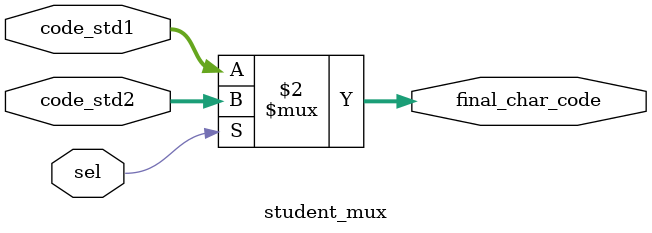
<source format=v>
module student_mux (
    input wire [3:0] code_std1,      // Input A (4-bit)
    input wire [3:0] code_std2,      // Input B (4-bit)
    input wire sel,                  // Selector
    output wire [3:0] final_char_code // Output (4-bit)
);

    // If sel is 1 pick Std2. If sel is 0 pick Std1.
    assign final_char_code = (sel == 1'b1) ? code_std2 : code_std1;

endmodule

</source>
